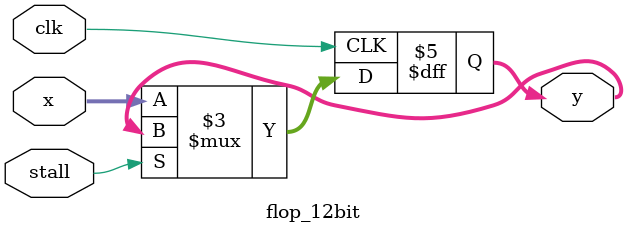
<source format=v>
module flop_12bit(stall, x, y,clk);
input stall,clk;
input [11:0] x;
output reg [11:0]y;

always @(posedge clk)begin
if(stall)
y<=y;
else
y<=x;

end
endmodule

</source>
